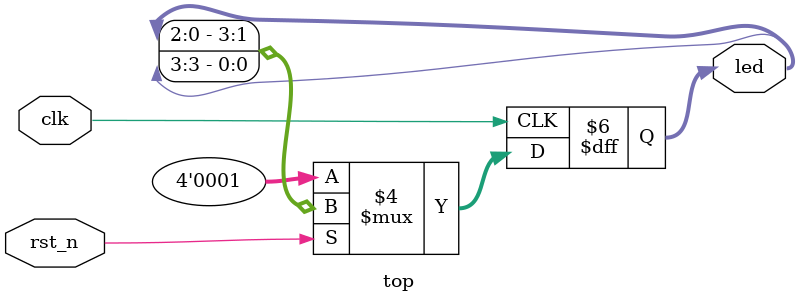
<source format=v>
module top (
    input clk,
    input rst_n,
    output reg [3:0] led
);
    
always @(posedge clk) begin
    if(~rst_n)
        led <= 4'b0001;
    else
        led <= {led[2:0],led[3]};
end
endmodule
</source>
